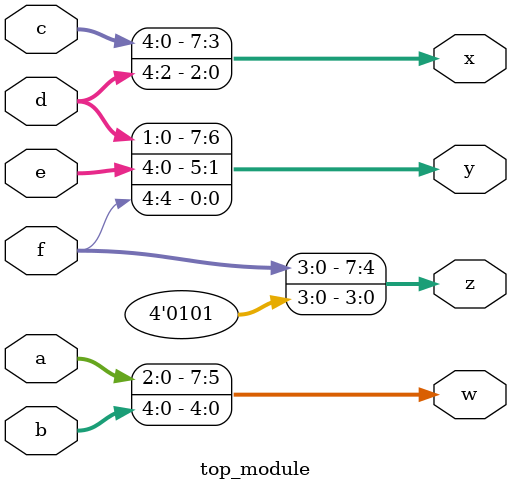
<source format=sv>
module top_module (
	input [4:0] a,
	input [4:0] b,
	input [4:0] c,
	input [4:0] d,
	input [4:0] e,
	input [4:0] f,
	output [7:0] w,
	output [7:0] x,
	output [7:0] y,
	output [7:0] z
);
	assign {w, x, y, z} = {a, b, c, d, e, f, 2'd1, 2'd1};
endmodule

</source>
